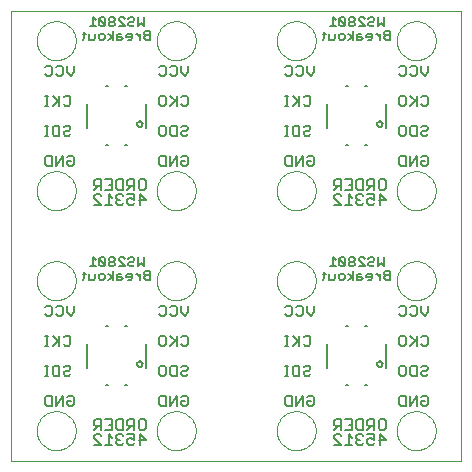
<source format=gbo>
G75*
G70*
%OFA0B0*%
%FSLAX24Y24*%
%IPPOS*%
%LPD*%
%AMOC8*
5,1,8,0,0,1.08239X$1,22.5*
%
%ADD10C,0.0000*%
%ADD11C,0.0060*%
%ADD12C,0.0050*%
D10*
X013838Y004001D02*
X020838Y004001D01*
X021338Y004001D01*
X021838Y004001D01*
X028838Y004001D01*
X028838Y011001D01*
X028838Y011501D01*
X028838Y012001D01*
X028838Y019001D01*
X021838Y019001D01*
X021338Y019001D01*
X020838Y019001D01*
X013838Y019001D01*
X013838Y012001D01*
X013838Y011501D01*
X013838Y011001D01*
X013838Y004001D01*
X014688Y005001D02*
X014690Y005051D01*
X014696Y005101D01*
X014706Y005151D01*
X014719Y005199D01*
X014736Y005247D01*
X014757Y005293D01*
X014781Y005337D01*
X014809Y005379D01*
X014840Y005419D01*
X014874Y005456D01*
X014911Y005491D01*
X014950Y005522D01*
X014991Y005551D01*
X015035Y005576D01*
X015081Y005598D01*
X015128Y005616D01*
X015176Y005630D01*
X015225Y005641D01*
X015275Y005648D01*
X015325Y005651D01*
X015376Y005650D01*
X015426Y005645D01*
X015476Y005636D01*
X015524Y005624D01*
X015572Y005607D01*
X015618Y005587D01*
X015663Y005564D01*
X015706Y005537D01*
X015746Y005507D01*
X015784Y005474D01*
X015819Y005438D01*
X015852Y005399D01*
X015881Y005358D01*
X015907Y005315D01*
X015930Y005270D01*
X015949Y005223D01*
X015964Y005175D01*
X015976Y005126D01*
X015984Y005076D01*
X015988Y005026D01*
X015988Y004976D01*
X015984Y004926D01*
X015976Y004876D01*
X015964Y004827D01*
X015949Y004779D01*
X015930Y004732D01*
X015907Y004687D01*
X015881Y004644D01*
X015852Y004603D01*
X015819Y004564D01*
X015784Y004528D01*
X015746Y004495D01*
X015706Y004465D01*
X015663Y004438D01*
X015618Y004415D01*
X015572Y004395D01*
X015524Y004378D01*
X015476Y004366D01*
X015426Y004357D01*
X015376Y004352D01*
X015325Y004351D01*
X015275Y004354D01*
X015225Y004361D01*
X015176Y004372D01*
X015128Y004386D01*
X015081Y004404D01*
X015035Y004426D01*
X014991Y004451D01*
X014950Y004480D01*
X014911Y004511D01*
X014874Y004546D01*
X014840Y004583D01*
X014809Y004623D01*
X014781Y004665D01*
X014757Y004709D01*
X014736Y004755D01*
X014719Y004803D01*
X014706Y004851D01*
X014696Y004901D01*
X014690Y004951D01*
X014688Y005001D01*
X018688Y005001D02*
X018690Y005051D01*
X018696Y005101D01*
X018706Y005151D01*
X018719Y005199D01*
X018736Y005247D01*
X018757Y005293D01*
X018781Y005337D01*
X018809Y005379D01*
X018840Y005419D01*
X018874Y005456D01*
X018911Y005491D01*
X018950Y005522D01*
X018991Y005551D01*
X019035Y005576D01*
X019081Y005598D01*
X019128Y005616D01*
X019176Y005630D01*
X019225Y005641D01*
X019275Y005648D01*
X019325Y005651D01*
X019376Y005650D01*
X019426Y005645D01*
X019476Y005636D01*
X019524Y005624D01*
X019572Y005607D01*
X019618Y005587D01*
X019663Y005564D01*
X019706Y005537D01*
X019746Y005507D01*
X019784Y005474D01*
X019819Y005438D01*
X019852Y005399D01*
X019881Y005358D01*
X019907Y005315D01*
X019930Y005270D01*
X019949Y005223D01*
X019964Y005175D01*
X019976Y005126D01*
X019984Y005076D01*
X019988Y005026D01*
X019988Y004976D01*
X019984Y004926D01*
X019976Y004876D01*
X019964Y004827D01*
X019949Y004779D01*
X019930Y004732D01*
X019907Y004687D01*
X019881Y004644D01*
X019852Y004603D01*
X019819Y004564D01*
X019784Y004528D01*
X019746Y004495D01*
X019706Y004465D01*
X019663Y004438D01*
X019618Y004415D01*
X019572Y004395D01*
X019524Y004378D01*
X019476Y004366D01*
X019426Y004357D01*
X019376Y004352D01*
X019325Y004351D01*
X019275Y004354D01*
X019225Y004361D01*
X019176Y004372D01*
X019128Y004386D01*
X019081Y004404D01*
X019035Y004426D01*
X018991Y004451D01*
X018950Y004480D01*
X018911Y004511D01*
X018874Y004546D01*
X018840Y004583D01*
X018809Y004623D01*
X018781Y004665D01*
X018757Y004709D01*
X018736Y004755D01*
X018719Y004803D01*
X018706Y004851D01*
X018696Y004901D01*
X018690Y004951D01*
X018688Y005001D01*
X022688Y005001D02*
X022690Y005051D01*
X022696Y005101D01*
X022706Y005151D01*
X022719Y005199D01*
X022736Y005247D01*
X022757Y005293D01*
X022781Y005337D01*
X022809Y005379D01*
X022840Y005419D01*
X022874Y005456D01*
X022911Y005491D01*
X022950Y005522D01*
X022991Y005551D01*
X023035Y005576D01*
X023081Y005598D01*
X023128Y005616D01*
X023176Y005630D01*
X023225Y005641D01*
X023275Y005648D01*
X023325Y005651D01*
X023376Y005650D01*
X023426Y005645D01*
X023476Y005636D01*
X023524Y005624D01*
X023572Y005607D01*
X023618Y005587D01*
X023663Y005564D01*
X023706Y005537D01*
X023746Y005507D01*
X023784Y005474D01*
X023819Y005438D01*
X023852Y005399D01*
X023881Y005358D01*
X023907Y005315D01*
X023930Y005270D01*
X023949Y005223D01*
X023964Y005175D01*
X023976Y005126D01*
X023984Y005076D01*
X023988Y005026D01*
X023988Y004976D01*
X023984Y004926D01*
X023976Y004876D01*
X023964Y004827D01*
X023949Y004779D01*
X023930Y004732D01*
X023907Y004687D01*
X023881Y004644D01*
X023852Y004603D01*
X023819Y004564D01*
X023784Y004528D01*
X023746Y004495D01*
X023706Y004465D01*
X023663Y004438D01*
X023618Y004415D01*
X023572Y004395D01*
X023524Y004378D01*
X023476Y004366D01*
X023426Y004357D01*
X023376Y004352D01*
X023325Y004351D01*
X023275Y004354D01*
X023225Y004361D01*
X023176Y004372D01*
X023128Y004386D01*
X023081Y004404D01*
X023035Y004426D01*
X022991Y004451D01*
X022950Y004480D01*
X022911Y004511D01*
X022874Y004546D01*
X022840Y004583D01*
X022809Y004623D01*
X022781Y004665D01*
X022757Y004709D01*
X022736Y004755D01*
X022719Y004803D01*
X022706Y004851D01*
X022696Y004901D01*
X022690Y004951D01*
X022688Y005001D01*
X026688Y005001D02*
X026690Y005051D01*
X026696Y005101D01*
X026706Y005151D01*
X026719Y005199D01*
X026736Y005247D01*
X026757Y005293D01*
X026781Y005337D01*
X026809Y005379D01*
X026840Y005419D01*
X026874Y005456D01*
X026911Y005491D01*
X026950Y005522D01*
X026991Y005551D01*
X027035Y005576D01*
X027081Y005598D01*
X027128Y005616D01*
X027176Y005630D01*
X027225Y005641D01*
X027275Y005648D01*
X027325Y005651D01*
X027376Y005650D01*
X027426Y005645D01*
X027476Y005636D01*
X027524Y005624D01*
X027572Y005607D01*
X027618Y005587D01*
X027663Y005564D01*
X027706Y005537D01*
X027746Y005507D01*
X027784Y005474D01*
X027819Y005438D01*
X027852Y005399D01*
X027881Y005358D01*
X027907Y005315D01*
X027930Y005270D01*
X027949Y005223D01*
X027964Y005175D01*
X027976Y005126D01*
X027984Y005076D01*
X027988Y005026D01*
X027988Y004976D01*
X027984Y004926D01*
X027976Y004876D01*
X027964Y004827D01*
X027949Y004779D01*
X027930Y004732D01*
X027907Y004687D01*
X027881Y004644D01*
X027852Y004603D01*
X027819Y004564D01*
X027784Y004528D01*
X027746Y004495D01*
X027706Y004465D01*
X027663Y004438D01*
X027618Y004415D01*
X027572Y004395D01*
X027524Y004378D01*
X027476Y004366D01*
X027426Y004357D01*
X027376Y004352D01*
X027325Y004351D01*
X027275Y004354D01*
X027225Y004361D01*
X027176Y004372D01*
X027128Y004386D01*
X027081Y004404D01*
X027035Y004426D01*
X026991Y004451D01*
X026950Y004480D01*
X026911Y004511D01*
X026874Y004546D01*
X026840Y004583D01*
X026809Y004623D01*
X026781Y004665D01*
X026757Y004709D01*
X026736Y004755D01*
X026719Y004803D01*
X026706Y004851D01*
X026696Y004901D01*
X026690Y004951D01*
X026688Y005001D01*
X026688Y010001D02*
X026690Y010051D01*
X026696Y010101D01*
X026706Y010151D01*
X026719Y010199D01*
X026736Y010247D01*
X026757Y010293D01*
X026781Y010337D01*
X026809Y010379D01*
X026840Y010419D01*
X026874Y010456D01*
X026911Y010491D01*
X026950Y010522D01*
X026991Y010551D01*
X027035Y010576D01*
X027081Y010598D01*
X027128Y010616D01*
X027176Y010630D01*
X027225Y010641D01*
X027275Y010648D01*
X027325Y010651D01*
X027376Y010650D01*
X027426Y010645D01*
X027476Y010636D01*
X027524Y010624D01*
X027572Y010607D01*
X027618Y010587D01*
X027663Y010564D01*
X027706Y010537D01*
X027746Y010507D01*
X027784Y010474D01*
X027819Y010438D01*
X027852Y010399D01*
X027881Y010358D01*
X027907Y010315D01*
X027930Y010270D01*
X027949Y010223D01*
X027964Y010175D01*
X027976Y010126D01*
X027984Y010076D01*
X027988Y010026D01*
X027988Y009976D01*
X027984Y009926D01*
X027976Y009876D01*
X027964Y009827D01*
X027949Y009779D01*
X027930Y009732D01*
X027907Y009687D01*
X027881Y009644D01*
X027852Y009603D01*
X027819Y009564D01*
X027784Y009528D01*
X027746Y009495D01*
X027706Y009465D01*
X027663Y009438D01*
X027618Y009415D01*
X027572Y009395D01*
X027524Y009378D01*
X027476Y009366D01*
X027426Y009357D01*
X027376Y009352D01*
X027325Y009351D01*
X027275Y009354D01*
X027225Y009361D01*
X027176Y009372D01*
X027128Y009386D01*
X027081Y009404D01*
X027035Y009426D01*
X026991Y009451D01*
X026950Y009480D01*
X026911Y009511D01*
X026874Y009546D01*
X026840Y009583D01*
X026809Y009623D01*
X026781Y009665D01*
X026757Y009709D01*
X026736Y009755D01*
X026719Y009803D01*
X026706Y009851D01*
X026696Y009901D01*
X026690Y009951D01*
X026688Y010001D01*
X022688Y010001D02*
X022690Y010051D01*
X022696Y010101D01*
X022706Y010151D01*
X022719Y010199D01*
X022736Y010247D01*
X022757Y010293D01*
X022781Y010337D01*
X022809Y010379D01*
X022840Y010419D01*
X022874Y010456D01*
X022911Y010491D01*
X022950Y010522D01*
X022991Y010551D01*
X023035Y010576D01*
X023081Y010598D01*
X023128Y010616D01*
X023176Y010630D01*
X023225Y010641D01*
X023275Y010648D01*
X023325Y010651D01*
X023376Y010650D01*
X023426Y010645D01*
X023476Y010636D01*
X023524Y010624D01*
X023572Y010607D01*
X023618Y010587D01*
X023663Y010564D01*
X023706Y010537D01*
X023746Y010507D01*
X023784Y010474D01*
X023819Y010438D01*
X023852Y010399D01*
X023881Y010358D01*
X023907Y010315D01*
X023930Y010270D01*
X023949Y010223D01*
X023964Y010175D01*
X023976Y010126D01*
X023984Y010076D01*
X023988Y010026D01*
X023988Y009976D01*
X023984Y009926D01*
X023976Y009876D01*
X023964Y009827D01*
X023949Y009779D01*
X023930Y009732D01*
X023907Y009687D01*
X023881Y009644D01*
X023852Y009603D01*
X023819Y009564D01*
X023784Y009528D01*
X023746Y009495D01*
X023706Y009465D01*
X023663Y009438D01*
X023618Y009415D01*
X023572Y009395D01*
X023524Y009378D01*
X023476Y009366D01*
X023426Y009357D01*
X023376Y009352D01*
X023325Y009351D01*
X023275Y009354D01*
X023225Y009361D01*
X023176Y009372D01*
X023128Y009386D01*
X023081Y009404D01*
X023035Y009426D01*
X022991Y009451D01*
X022950Y009480D01*
X022911Y009511D01*
X022874Y009546D01*
X022840Y009583D01*
X022809Y009623D01*
X022781Y009665D01*
X022757Y009709D01*
X022736Y009755D01*
X022719Y009803D01*
X022706Y009851D01*
X022696Y009901D01*
X022690Y009951D01*
X022688Y010001D01*
X018688Y010001D02*
X018690Y010051D01*
X018696Y010101D01*
X018706Y010151D01*
X018719Y010199D01*
X018736Y010247D01*
X018757Y010293D01*
X018781Y010337D01*
X018809Y010379D01*
X018840Y010419D01*
X018874Y010456D01*
X018911Y010491D01*
X018950Y010522D01*
X018991Y010551D01*
X019035Y010576D01*
X019081Y010598D01*
X019128Y010616D01*
X019176Y010630D01*
X019225Y010641D01*
X019275Y010648D01*
X019325Y010651D01*
X019376Y010650D01*
X019426Y010645D01*
X019476Y010636D01*
X019524Y010624D01*
X019572Y010607D01*
X019618Y010587D01*
X019663Y010564D01*
X019706Y010537D01*
X019746Y010507D01*
X019784Y010474D01*
X019819Y010438D01*
X019852Y010399D01*
X019881Y010358D01*
X019907Y010315D01*
X019930Y010270D01*
X019949Y010223D01*
X019964Y010175D01*
X019976Y010126D01*
X019984Y010076D01*
X019988Y010026D01*
X019988Y009976D01*
X019984Y009926D01*
X019976Y009876D01*
X019964Y009827D01*
X019949Y009779D01*
X019930Y009732D01*
X019907Y009687D01*
X019881Y009644D01*
X019852Y009603D01*
X019819Y009564D01*
X019784Y009528D01*
X019746Y009495D01*
X019706Y009465D01*
X019663Y009438D01*
X019618Y009415D01*
X019572Y009395D01*
X019524Y009378D01*
X019476Y009366D01*
X019426Y009357D01*
X019376Y009352D01*
X019325Y009351D01*
X019275Y009354D01*
X019225Y009361D01*
X019176Y009372D01*
X019128Y009386D01*
X019081Y009404D01*
X019035Y009426D01*
X018991Y009451D01*
X018950Y009480D01*
X018911Y009511D01*
X018874Y009546D01*
X018840Y009583D01*
X018809Y009623D01*
X018781Y009665D01*
X018757Y009709D01*
X018736Y009755D01*
X018719Y009803D01*
X018706Y009851D01*
X018696Y009901D01*
X018690Y009951D01*
X018688Y010001D01*
X014688Y010001D02*
X014690Y010051D01*
X014696Y010101D01*
X014706Y010151D01*
X014719Y010199D01*
X014736Y010247D01*
X014757Y010293D01*
X014781Y010337D01*
X014809Y010379D01*
X014840Y010419D01*
X014874Y010456D01*
X014911Y010491D01*
X014950Y010522D01*
X014991Y010551D01*
X015035Y010576D01*
X015081Y010598D01*
X015128Y010616D01*
X015176Y010630D01*
X015225Y010641D01*
X015275Y010648D01*
X015325Y010651D01*
X015376Y010650D01*
X015426Y010645D01*
X015476Y010636D01*
X015524Y010624D01*
X015572Y010607D01*
X015618Y010587D01*
X015663Y010564D01*
X015706Y010537D01*
X015746Y010507D01*
X015784Y010474D01*
X015819Y010438D01*
X015852Y010399D01*
X015881Y010358D01*
X015907Y010315D01*
X015930Y010270D01*
X015949Y010223D01*
X015964Y010175D01*
X015976Y010126D01*
X015984Y010076D01*
X015988Y010026D01*
X015988Y009976D01*
X015984Y009926D01*
X015976Y009876D01*
X015964Y009827D01*
X015949Y009779D01*
X015930Y009732D01*
X015907Y009687D01*
X015881Y009644D01*
X015852Y009603D01*
X015819Y009564D01*
X015784Y009528D01*
X015746Y009495D01*
X015706Y009465D01*
X015663Y009438D01*
X015618Y009415D01*
X015572Y009395D01*
X015524Y009378D01*
X015476Y009366D01*
X015426Y009357D01*
X015376Y009352D01*
X015325Y009351D01*
X015275Y009354D01*
X015225Y009361D01*
X015176Y009372D01*
X015128Y009386D01*
X015081Y009404D01*
X015035Y009426D01*
X014991Y009451D01*
X014950Y009480D01*
X014911Y009511D01*
X014874Y009546D01*
X014840Y009583D01*
X014809Y009623D01*
X014781Y009665D01*
X014757Y009709D01*
X014736Y009755D01*
X014719Y009803D01*
X014706Y009851D01*
X014696Y009901D01*
X014690Y009951D01*
X014688Y010001D01*
X014688Y013001D02*
X014690Y013051D01*
X014696Y013101D01*
X014706Y013151D01*
X014719Y013199D01*
X014736Y013247D01*
X014757Y013293D01*
X014781Y013337D01*
X014809Y013379D01*
X014840Y013419D01*
X014874Y013456D01*
X014911Y013491D01*
X014950Y013522D01*
X014991Y013551D01*
X015035Y013576D01*
X015081Y013598D01*
X015128Y013616D01*
X015176Y013630D01*
X015225Y013641D01*
X015275Y013648D01*
X015325Y013651D01*
X015376Y013650D01*
X015426Y013645D01*
X015476Y013636D01*
X015524Y013624D01*
X015572Y013607D01*
X015618Y013587D01*
X015663Y013564D01*
X015706Y013537D01*
X015746Y013507D01*
X015784Y013474D01*
X015819Y013438D01*
X015852Y013399D01*
X015881Y013358D01*
X015907Y013315D01*
X015930Y013270D01*
X015949Y013223D01*
X015964Y013175D01*
X015976Y013126D01*
X015984Y013076D01*
X015988Y013026D01*
X015988Y012976D01*
X015984Y012926D01*
X015976Y012876D01*
X015964Y012827D01*
X015949Y012779D01*
X015930Y012732D01*
X015907Y012687D01*
X015881Y012644D01*
X015852Y012603D01*
X015819Y012564D01*
X015784Y012528D01*
X015746Y012495D01*
X015706Y012465D01*
X015663Y012438D01*
X015618Y012415D01*
X015572Y012395D01*
X015524Y012378D01*
X015476Y012366D01*
X015426Y012357D01*
X015376Y012352D01*
X015325Y012351D01*
X015275Y012354D01*
X015225Y012361D01*
X015176Y012372D01*
X015128Y012386D01*
X015081Y012404D01*
X015035Y012426D01*
X014991Y012451D01*
X014950Y012480D01*
X014911Y012511D01*
X014874Y012546D01*
X014840Y012583D01*
X014809Y012623D01*
X014781Y012665D01*
X014757Y012709D01*
X014736Y012755D01*
X014719Y012803D01*
X014706Y012851D01*
X014696Y012901D01*
X014690Y012951D01*
X014688Y013001D01*
X018688Y013001D02*
X018690Y013051D01*
X018696Y013101D01*
X018706Y013151D01*
X018719Y013199D01*
X018736Y013247D01*
X018757Y013293D01*
X018781Y013337D01*
X018809Y013379D01*
X018840Y013419D01*
X018874Y013456D01*
X018911Y013491D01*
X018950Y013522D01*
X018991Y013551D01*
X019035Y013576D01*
X019081Y013598D01*
X019128Y013616D01*
X019176Y013630D01*
X019225Y013641D01*
X019275Y013648D01*
X019325Y013651D01*
X019376Y013650D01*
X019426Y013645D01*
X019476Y013636D01*
X019524Y013624D01*
X019572Y013607D01*
X019618Y013587D01*
X019663Y013564D01*
X019706Y013537D01*
X019746Y013507D01*
X019784Y013474D01*
X019819Y013438D01*
X019852Y013399D01*
X019881Y013358D01*
X019907Y013315D01*
X019930Y013270D01*
X019949Y013223D01*
X019964Y013175D01*
X019976Y013126D01*
X019984Y013076D01*
X019988Y013026D01*
X019988Y012976D01*
X019984Y012926D01*
X019976Y012876D01*
X019964Y012827D01*
X019949Y012779D01*
X019930Y012732D01*
X019907Y012687D01*
X019881Y012644D01*
X019852Y012603D01*
X019819Y012564D01*
X019784Y012528D01*
X019746Y012495D01*
X019706Y012465D01*
X019663Y012438D01*
X019618Y012415D01*
X019572Y012395D01*
X019524Y012378D01*
X019476Y012366D01*
X019426Y012357D01*
X019376Y012352D01*
X019325Y012351D01*
X019275Y012354D01*
X019225Y012361D01*
X019176Y012372D01*
X019128Y012386D01*
X019081Y012404D01*
X019035Y012426D01*
X018991Y012451D01*
X018950Y012480D01*
X018911Y012511D01*
X018874Y012546D01*
X018840Y012583D01*
X018809Y012623D01*
X018781Y012665D01*
X018757Y012709D01*
X018736Y012755D01*
X018719Y012803D01*
X018706Y012851D01*
X018696Y012901D01*
X018690Y012951D01*
X018688Y013001D01*
X022688Y013001D02*
X022690Y013051D01*
X022696Y013101D01*
X022706Y013151D01*
X022719Y013199D01*
X022736Y013247D01*
X022757Y013293D01*
X022781Y013337D01*
X022809Y013379D01*
X022840Y013419D01*
X022874Y013456D01*
X022911Y013491D01*
X022950Y013522D01*
X022991Y013551D01*
X023035Y013576D01*
X023081Y013598D01*
X023128Y013616D01*
X023176Y013630D01*
X023225Y013641D01*
X023275Y013648D01*
X023325Y013651D01*
X023376Y013650D01*
X023426Y013645D01*
X023476Y013636D01*
X023524Y013624D01*
X023572Y013607D01*
X023618Y013587D01*
X023663Y013564D01*
X023706Y013537D01*
X023746Y013507D01*
X023784Y013474D01*
X023819Y013438D01*
X023852Y013399D01*
X023881Y013358D01*
X023907Y013315D01*
X023930Y013270D01*
X023949Y013223D01*
X023964Y013175D01*
X023976Y013126D01*
X023984Y013076D01*
X023988Y013026D01*
X023988Y012976D01*
X023984Y012926D01*
X023976Y012876D01*
X023964Y012827D01*
X023949Y012779D01*
X023930Y012732D01*
X023907Y012687D01*
X023881Y012644D01*
X023852Y012603D01*
X023819Y012564D01*
X023784Y012528D01*
X023746Y012495D01*
X023706Y012465D01*
X023663Y012438D01*
X023618Y012415D01*
X023572Y012395D01*
X023524Y012378D01*
X023476Y012366D01*
X023426Y012357D01*
X023376Y012352D01*
X023325Y012351D01*
X023275Y012354D01*
X023225Y012361D01*
X023176Y012372D01*
X023128Y012386D01*
X023081Y012404D01*
X023035Y012426D01*
X022991Y012451D01*
X022950Y012480D01*
X022911Y012511D01*
X022874Y012546D01*
X022840Y012583D01*
X022809Y012623D01*
X022781Y012665D01*
X022757Y012709D01*
X022736Y012755D01*
X022719Y012803D01*
X022706Y012851D01*
X022696Y012901D01*
X022690Y012951D01*
X022688Y013001D01*
X026688Y013001D02*
X026690Y013051D01*
X026696Y013101D01*
X026706Y013151D01*
X026719Y013199D01*
X026736Y013247D01*
X026757Y013293D01*
X026781Y013337D01*
X026809Y013379D01*
X026840Y013419D01*
X026874Y013456D01*
X026911Y013491D01*
X026950Y013522D01*
X026991Y013551D01*
X027035Y013576D01*
X027081Y013598D01*
X027128Y013616D01*
X027176Y013630D01*
X027225Y013641D01*
X027275Y013648D01*
X027325Y013651D01*
X027376Y013650D01*
X027426Y013645D01*
X027476Y013636D01*
X027524Y013624D01*
X027572Y013607D01*
X027618Y013587D01*
X027663Y013564D01*
X027706Y013537D01*
X027746Y013507D01*
X027784Y013474D01*
X027819Y013438D01*
X027852Y013399D01*
X027881Y013358D01*
X027907Y013315D01*
X027930Y013270D01*
X027949Y013223D01*
X027964Y013175D01*
X027976Y013126D01*
X027984Y013076D01*
X027988Y013026D01*
X027988Y012976D01*
X027984Y012926D01*
X027976Y012876D01*
X027964Y012827D01*
X027949Y012779D01*
X027930Y012732D01*
X027907Y012687D01*
X027881Y012644D01*
X027852Y012603D01*
X027819Y012564D01*
X027784Y012528D01*
X027746Y012495D01*
X027706Y012465D01*
X027663Y012438D01*
X027618Y012415D01*
X027572Y012395D01*
X027524Y012378D01*
X027476Y012366D01*
X027426Y012357D01*
X027376Y012352D01*
X027325Y012351D01*
X027275Y012354D01*
X027225Y012361D01*
X027176Y012372D01*
X027128Y012386D01*
X027081Y012404D01*
X027035Y012426D01*
X026991Y012451D01*
X026950Y012480D01*
X026911Y012511D01*
X026874Y012546D01*
X026840Y012583D01*
X026809Y012623D01*
X026781Y012665D01*
X026757Y012709D01*
X026736Y012755D01*
X026719Y012803D01*
X026706Y012851D01*
X026696Y012901D01*
X026690Y012951D01*
X026688Y013001D01*
X026688Y018001D02*
X026690Y018051D01*
X026696Y018101D01*
X026706Y018151D01*
X026719Y018199D01*
X026736Y018247D01*
X026757Y018293D01*
X026781Y018337D01*
X026809Y018379D01*
X026840Y018419D01*
X026874Y018456D01*
X026911Y018491D01*
X026950Y018522D01*
X026991Y018551D01*
X027035Y018576D01*
X027081Y018598D01*
X027128Y018616D01*
X027176Y018630D01*
X027225Y018641D01*
X027275Y018648D01*
X027325Y018651D01*
X027376Y018650D01*
X027426Y018645D01*
X027476Y018636D01*
X027524Y018624D01*
X027572Y018607D01*
X027618Y018587D01*
X027663Y018564D01*
X027706Y018537D01*
X027746Y018507D01*
X027784Y018474D01*
X027819Y018438D01*
X027852Y018399D01*
X027881Y018358D01*
X027907Y018315D01*
X027930Y018270D01*
X027949Y018223D01*
X027964Y018175D01*
X027976Y018126D01*
X027984Y018076D01*
X027988Y018026D01*
X027988Y017976D01*
X027984Y017926D01*
X027976Y017876D01*
X027964Y017827D01*
X027949Y017779D01*
X027930Y017732D01*
X027907Y017687D01*
X027881Y017644D01*
X027852Y017603D01*
X027819Y017564D01*
X027784Y017528D01*
X027746Y017495D01*
X027706Y017465D01*
X027663Y017438D01*
X027618Y017415D01*
X027572Y017395D01*
X027524Y017378D01*
X027476Y017366D01*
X027426Y017357D01*
X027376Y017352D01*
X027325Y017351D01*
X027275Y017354D01*
X027225Y017361D01*
X027176Y017372D01*
X027128Y017386D01*
X027081Y017404D01*
X027035Y017426D01*
X026991Y017451D01*
X026950Y017480D01*
X026911Y017511D01*
X026874Y017546D01*
X026840Y017583D01*
X026809Y017623D01*
X026781Y017665D01*
X026757Y017709D01*
X026736Y017755D01*
X026719Y017803D01*
X026706Y017851D01*
X026696Y017901D01*
X026690Y017951D01*
X026688Y018001D01*
X022688Y018001D02*
X022690Y018051D01*
X022696Y018101D01*
X022706Y018151D01*
X022719Y018199D01*
X022736Y018247D01*
X022757Y018293D01*
X022781Y018337D01*
X022809Y018379D01*
X022840Y018419D01*
X022874Y018456D01*
X022911Y018491D01*
X022950Y018522D01*
X022991Y018551D01*
X023035Y018576D01*
X023081Y018598D01*
X023128Y018616D01*
X023176Y018630D01*
X023225Y018641D01*
X023275Y018648D01*
X023325Y018651D01*
X023376Y018650D01*
X023426Y018645D01*
X023476Y018636D01*
X023524Y018624D01*
X023572Y018607D01*
X023618Y018587D01*
X023663Y018564D01*
X023706Y018537D01*
X023746Y018507D01*
X023784Y018474D01*
X023819Y018438D01*
X023852Y018399D01*
X023881Y018358D01*
X023907Y018315D01*
X023930Y018270D01*
X023949Y018223D01*
X023964Y018175D01*
X023976Y018126D01*
X023984Y018076D01*
X023988Y018026D01*
X023988Y017976D01*
X023984Y017926D01*
X023976Y017876D01*
X023964Y017827D01*
X023949Y017779D01*
X023930Y017732D01*
X023907Y017687D01*
X023881Y017644D01*
X023852Y017603D01*
X023819Y017564D01*
X023784Y017528D01*
X023746Y017495D01*
X023706Y017465D01*
X023663Y017438D01*
X023618Y017415D01*
X023572Y017395D01*
X023524Y017378D01*
X023476Y017366D01*
X023426Y017357D01*
X023376Y017352D01*
X023325Y017351D01*
X023275Y017354D01*
X023225Y017361D01*
X023176Y017372D01*
X023128Y017386D01*
X023081Y017404D01*
X023035Y017426D01*
X022991Y017451D01*
X022950Y017480D01*
X022911Y017511D01*
X022874Y017546D01*
X022840Y017583D01*
X022809Y017623D01*
X022781Y017665D01*
X022757Y017709D01*
X022736Y017755D01*
X022719Y017803D01*
X022706Y017851D01*
X022696Y017901D01*
X022690Y017951D01*
X022688Y018001D01*
X018688Y018001D02*
X018690Y018051D01*
X018696Y018101D01*
X018706Y018151D01*
X018719Y018199D01*
X018736Y018247D01*
X018757Y018293D01*
X018781Y018337D01*
X018809Y018379D01*
X018840Y018419D01*
X018874Y018456D01*
X018911Y018491D01*
X018950Y018522D01*
X018991Y018551D01*
X019035Y018576D01*
X019081Y018598D01*
X019128Y018616D01*
X019176Y018630D01*
X019225Y018641D01*
X019275Y018648D01*
X019325Y018651D01*
X019376Y018650D01*
X019426Y018645D01*
X019476Y018636D01*
X019524Y018624D01*
X019572Y018607D01*
X019618Y018587D01*
X019663Y018564D01*
X019706Y018537D01*
X019746Y018507D01*
X019784Y018474D01*
X019819Y018438D01*
X019852Y018399D01*
X019881Y018358D01*
X019907Y018315D01*
X019930Y018270D01*
X019949Y018223D01*
X019964Y018175D01*
X019976Y018126D01*
X019984Y018076D01*
X019988Y018026D01*
X019988Y017976D01*
X019984Y017926D01*
X019976Y017876D01*
X019964Y017827D01*
X019949Y017779D01*
X019930Y017732D01*
X019907Y017687D01*
X019881Y017644D01*
X019852Y017603D01*
X019819Y017564D01*
X019784Y017528D01*
X019746Y017495D01*
X019706Y017465D01*
X019663Y017438D01*
X019618Y017415D01*
X019572Y017395D01*
X019524Y017378D01*
X019476Y017366D01*
X019426Y017357D01*
X019376Y017352D01*
X019325Y017351D01*
X019275Y017354D01*
X019225Y017361D01*
X019176Y017372D01*
X019128Y017386D01*
X019081Y017404D01*
X019035Y017426D01*
X018991Y017451D01*
X018950Y017480D01*
X018911Y017511D01*
X018874Y017546D01*
X018840Y017583D01*
X018809Y017623D01*
X018781Y017665D01*
X018757Y017709D01*
X018736Y017755D01*
X018719Y017803D01*
X018706Y017851D01*
X018696Y017901D01*
X018690Y017951D01*
X018688Y018001D01*
X014688Y018001D02*
X014690Y018051D01*
X014696Y018101D01*
X014706Y018151D01*
X014719Y018199D01*
X014736Y018247D01*
X014757Y018293D01*
X014781Y018337D01*
X014809Y018379D01*
X014840Y018419D01*
X014874Y018456D01*
X014911Y018491D01*
X014950Y018522D01*
X014991Y018551D01*
X015035Y018576D01*
X015081Y018598D01*
X015128Y018616D01*
X015176Y018630D01*
X015225Y018641D01*
X015275Y018648D01*
X015325Y018651D01*
X015376Y018650D01*
X015426Y018645D01*
X015476Y018636D01*
X015524Y018624D01*
X015572Y018607D01*
X015618Y018587D01*
X015663Y018564D01*
X015706Y018537D01*
X015746Y018507D01*
X015784Y018474D01*
X015819Y018438D01*
X015852Y018399D01*
X015881Y018358D01*
X015907Y018315D01*
X015930Y018270D01*
X015949Y018223D01*
X015964Y018175D01*
X015976Y018126D01*
X015984Y018076D01*
X015988Y018026D01*
X015988Y017976D01*
X015984Y017926D01*
X015976Y017876D01*
X015964Y017827D01*
X015949Y017779D01*
X015930Y017732D01*
X015907Y017687D01*
X015881Y017644D01*
X015852Y017603D01*
X015819Y017564D01*
X015784Y017528D01*
X015746Y017495D01*
X015706Y017465D01*
X015663Y017438D01*
X015618Y017415D01*
X015572Y017395D01*
X015524Y017378D01*
X015476Y017366D01*
X015426Y017357D01*
X015376Y017352D01*
X015325Y017351D01*
X015275Y017354D01*
X015225Y017361D01*
X015176Y017372D01*
X015128Y017386D01*
X015081Y017404D01*
X015035Y017426D01*
X014991Y017451D01*
X014950Y017480D01*
X014911Y017511D01*
X014874Y017546D01*
X014840Y017583D01*
X014809Y017623D01*
X014781Y017665D01*
X014757Y017709D01*
X014736Y017755D01*
X014719Y017803D01*
X014706Y017851D01*
X014696Y017901D01*
X014690Y017951D01*
X014688Y018001D01*
D11*
X015026Y017172D02*
X015140Y017172D01*
X015196Y017115D01*
X015196Y016888D01*
X015140Y016831D01*
X015026Y016831D01*
X014970Y016888D01*
X014970Y017115D02*
X015026Y017172D01*
X015338Y017115D02*
X015395Y017172D01*
X015508Y017172D01*
X015565Y017115D01*
X015565Y016888D01*
X015508Y016831D01*
X015395Y016831D01*
X015338Y016888D01*
X015706Y016945D02*
X015706Y017172D01*
X015933Y017172D02*
X015933Y016945D01*
X015820Y016831D01*
X015706Y016945D01*
X015754Y016172D02*
X015810Y016115D01*
X015810Y015888D01*
X015754Y015831D01*
X015640Y015831D01*
X015583Y015888D01*
X015442Y015831D02*
X015442Y016172D01*
X015583Y016115D02*
X015640Y016172D01*
X015754Y016172D01*
X015442Y015945D02*
X015215Y016172D01*
X015074Y016172D02*
X014960Y016172D01*
X015017Y016172D02*
X015017Y015831D01*
X015074Y015831D02*
X014960Y015831D01*
X015215Y015831D02*
X015385Y016001D01*
X015442Y015172D02*
X015272Y015172D01*
X015215Y015115D01*
X015215Y014888D01*
X015272Y014831D01*
X015442Y014831D01*
X015442Y015172D01*
X015583Y015115D02*
X015640Y015172D01*
X015754Y015172D01*
X015810Y015115D01*
X015810Y015058D01*
X015754Y015001D01*
X015640Y015001D01*
X015583Y014945D01*
X015583Y014888D01*
X015640Y014831D01*
X015754Y014831D01*
X015810Y014888D01*
X015074Y014831D02*
X014960Y014831D01*
X015017Y014831D02*
X015017Y015172D01*
X015074Y015172D02*
X014960Y015172D01*
X015026Y014172D02*
X015196Y014172D01*
X015196Y013831D01*
X015026Y013831D01*
X014970Y013888D01*
X014970Y014115D01*
X015026Y014172D01*
X015338Y014172D02*
X015338Y013831D01*
X015565Y014172D01*
X015565Y013831D01*
X015706Y013888D02*
X015706Y014001D01*
X015820Y014001D01*
X015933Y013888D02*
X015876Y013831D01*
X015763Y013831D01*
X015706Y013888D01*
X015933Y013888D02*
X015933Y014115D01*
X015876Y014172D01*
X015763Y014172D01*
X015706Y014115D01*
X018765Y014115D02*
X018765Y013888D01*
X018821Y013831D01*
X018991Y013831D01*
X018991Y014172D01*
X018821Y014172D01*
X018765Y014115D01*
X019133Y014172D02*
X019133Y013831D01*
X019360Y014172D01*
X019360Y013831D01*
X019501Y013888D02*
X019501Y014001D01*
X019615Y014001D01*
X019728Y013888D02*
X019671Y013831D01*
X019558Y013831D01*
X019501Y013888D01*
X019728Y013888D02*
X019728Y014115D01*
X019671Y014172D01*
X019558Y014172D01*
X019501Y014115D01*
X019558Y014831D02*
X019671Y014831D01*
X019728Y014888D01*
X019671Y015001D02*
X019558Y015001D01*
X019501Y014945D01*
X019501Y014888D01*
X019558Y014831D01*
X019360Y014831D02*
X019190Y014831D01*
X019133Y014888D01*
X019133Y015115D01*
X019190Y015172D01*
X019360Y015172D01*
X019360Y014831D01*
X019671Y015001D02*
X019728Y015058D01*
X019728Y015115D01*
X019671Y015172D01*
X019558Y015172D01*
X019501Y015115D01*
X018991Y015115D02*
X018991Y014888D01*
X018935Y014831D01*
X018821Y014831D01*
X018765Y014888D01*
X018765Y015115D01*
X018821Y015172D01*
X018935Y015172D01*
X018991Y015115D01*
X018935Y015831D02*
X018821Y015831D01*
X018765Y015888D01*
X018765Y016115D01*
X018821Y016172D01*
X018935Y016172D01*
X018991Y016115D01*
X018991Y015888D01*
X018935Y015831D01*
X019133Y015831D02*
X019303Y016001D01*
X019360Y015945D02*
X019133Y016172D01*
X019360Y016172D02*
X019360Y015831D01*
X019501Y015888D02*
X019558Y015831D01*
X019671Y015831D01*
X019728Y015888D01*
X019728Y016115D01*
X019671Y016172D01*
X019558Y016172D01*
X019501Y016115D01*
X019615Y016831D02*
X019501Y016945D01*
X019501Y017172D01*
X019360Y017115D02*
X019360Y016888D01*
X019303Y016831D01*
X019190Y016831D01*
X019133Y016888D01*
X018991Y016888D02*
X018935Y016831D01*
X018821Y016831D01*
X018765Y016888D01*
X018991Y016888D02*
X018991Y017115D01*
X018935Y017172D01*
X018821Y017172D01*
X018765Y017115D01*
X019133Y017115D02*
X019190Y017172D01*
X019303Y017172D01*
X019360Y017115D01*
X019728Y017172D02*
X019728Y016945D01*
X019615Y016831D01*
X022970Y016888D02*
X023026Y016831D01*
X023140Y016831D01*
X023196Y016888D01*
X023196Y017115D01*
X023140Y017172D01*
X023026Y017172D01*
X022970Y017115D01*
X023338Y017115D02*
X023395Y017172D01*
X023508Y017172D01*
X023565Y017115D01*
X023565Y016888D01*
X023508Y016831D01*
X023395Y016831D01*
X023338Y016888D01*
X023706Y016945D02*
X023706Y017172D01*
X023933Y017172D02*
X023933Y016945D01*
X023820Y016831D01*
X023706Y016945D01*
X023754Y016172D02*
X023640Y016172D01*
X023583Y016115D01*
X023442Y016172D02*
X023442Y015831D01*
X023442Y015945D02*
X023215Y016172D01*
X023074Y016172D02*
X022960Y016172D01*
X023017Y016172D02*
X023017Y015831D01*
X023074Y015831D02*
X022960Y015831D01*
X023215Y015831D02*
X023385Y016001D01*
X023583Y015888D02*
X023640Y015831D01*
X023754Y015831D01*
X023810Y015888D01*
X023810Y016115D01*
X023754Y016172D01*
X023754Y015172D02*
X023640Y015172D01*
X023583Y015115D01*
X023640Y015001D02*
X023583Y014945D01*
X023583Y014888D01*
X023640Y014831D01*
X023754Y014831D01*
X023810Y014888D01*
X023754Y015001D02*
X023640Y015001D01*
X023754Y015001D02*
X023810Y015058D01*
X023810Y015115D01*
X023754Y015172D01*
X023442Y015172D02*
X023272Y015172D01*
X023215Y015115D01*
X023215Y014888D01*
X023272Y014831D01*
X023442Y014831D01*
X023442Y015172D01*
X023074Y015172D02*
X022960Y015172D01*
X023017Y015172D02*
X023017Y014831D01*
X023074Y014831D02*
X022960Y014831D01*
X023026Y014172D02*
X023196Y014172D01*
X023196Y013831D01*
X023026Y013831D01*
X022970Y013888D01*
X022970Y014115D01*
X023026Y014172D01*
X023338Y014172D02*
X023338Y013831D01*
X023565Y014172D01*
X023565Y013831D01*
X023706Y013888D02*
X023706Y014001D01*
X023820Y014001D01*
X023933Y013888D02*
X023876Y013831D01*
X023763Y013831D01*
X023706Y013888D01*
X023933Y013888D02*
X023933Y014115D01*
X023876Y014172D01*
X023763Y014172D01*
X023706Y014115D01*
X026765Y014115D02*
X026765Y013888D01*
X026821Y013831D01*
X026991Y013831D01*
X026991Y014172D01*
X026821Y014172D01*
X026765Y014115D01*
X027133Y014172D02*
X027133Y013831D01*
X027360Y014172D01*
X027360Y013831D01*
X027501Y013888D02*
X027501Y014001D01*
X027615Y014001D01*
X027728Y013888D02*
X027671Y013831D01*
X027558Y013831D01*
X027501Y013888D01*
X027728Y013888D02*
X027728Y014115D01*
X027671Y014172D01*
X027558Y014172D01*
X027501Y014115D01*
X027558Y014831D02*
X027671Y014831D01*
X027728Y014888D01*
X027671Y015001D02*
X027558Y015001D01*
X027501Y014945D01*
X027501Y014888D01*
X027558Y014831D01*
X027360Y014831D02*
X027190Y014831D01*
X027133Y014888D01*
X027133Y015115D01*
X027190Y015172D01*
X027360Y015172D01*
X027360Y014831D01*
X027671Y015001D02*
X027728Y015058D01*
X027728Y015115D01*
X027671Y015172D01*
X027558Y015172D01*
X027501Y015115D01*
X026991Y015115D02*
X026991Y014888D01*
X026935Y014831D01*
X026821Y014831D01*
X026765Y014888D01*
X026765Y015115D01*
X026821Y015172D01*
X026935Y015172D01*
X026991Y015115D01*
X026935Y015831D02*
X026821Y015831D01*
X026765Y015888D01*
X026765Y016115D01*
X026821Y016172D01*
X026935Y016172D01*
X026991Y016115D01*
X026991Y015888D01*
X026935Y015831D01*
X027133Y015831D02*
X027303Y016001D01*
X027360Y015945D02*
X027133Y016172D01*
X027360Y016172D02*
X027360Y015831D01*
X027501Y015888D02*
X027558Y015831D01*
X027671Y015831D01*
X027728Y015888D01*
X027728Y016115D01*
X027671Y016172D01*
X027558Y016172D01*
X027501Y016115D01*
X027615Y016831D02*
X027501Y016945D01*
X027501Y017172D01*
X027360Y017115D02*
X027360Y016888D01*
X027303Y016831D01*
X027190Y016831D01*
X027133Y016888D01*
X026991Y016888D02*
X026991Y017115D01*
X026935Y017172D01*
X026821Y017172D01*
X026765Y017115D01*
X026765Y016888D02*
X026821Y016831D01*
X026935Y016831D01*
X026991Y016888D01*
X027133Y017115D02*
X027190Y017172D01*
X027303Y017172D01*
X027360Y017115D01*
X027728Y017172D02*
X027728Y016945D01*
X027615Y016831D01*
X027501Y009172D02*
X027501Y008945D01*
X027615Y008831D01*
X027728Y008945D01*
X027728Y009172D01*
X027360Y009115D02*
X027360Y008888D01*
X027303Y008831D01*
X027190Y008831D01*
X027133Y008888D01*
X026991Y008888D02*
X026935Y008831D01*
X026821Y008831D01*
X026765Y008888D01*
X026991Y008888D02*
X026991Y009115D01*
X026935Y009172D01*
X026821Y009172D01*
X026765Y009115D01*
X027133Y009115D02*
X027190Y009172D01*
X027303Y009172D01*
X027360Y009115D01*
X027360Y008172D02*
X027360Y007831D01*
X027360Y007945D02*
X027133Y008172D01*
X026991Y008115D02*
X026991Y007888D01*
X026935Y007831D01*
X026821Y007831D01*
X026765Y007888D01*
X026765Y008115D01*
X026821Y008172D01*
X026935Y008172D01*
X026991Y008115D01*
X027133Y007831D02*
X027303Y008001D01*
X027501Y007888D02*
X027558Y007831D01*
X027671Y007831D01*
X027728Y007888D01*
X027728Y008115D01*
X027671Y008172D01*
X027558Y008172D01*
X027501Y008115D01*
X027558Y007172D02*
X027671Y007172D01*
X027728Y007115D01*
X027728Y007058D01*
X027671Y007001D01*
X027558Y007001D01*
X027501Y006945D01*
X027501Y006888D01*
X027558Y006831D01*
X027671Y006831D01*
X027728Y006888D01*
X027501Y007115D02*
X027558Y007172D01*
X027360Y007172D02*
X027190Y007172D01*
X027133Y007115D01*
X027133Y006888D01*
X027190Y006831D01*
X027360Y006831D01*
X027360Y007172D01*
X026991Y007115D02*
X026991Y006888D01*
X026935Y006831D01*
X026821Y006831D01*
X026765Y006888D01*
X026765Y007115D01*
X026821Y007172D01*
X026935Y007172D01*
X026991Y007115D01*
X026991Y006172D02*
X026821Y006172D01*
X026765Y006115D01*
X026765Y005888D01*
X026821Y005831D01*
X026991Y005831D01*
X026991Y006172D01*
X027133Y006172D02*
X027133Y005831D01*
X027360Y006172D01*
X027360Y005831D01*
X027501Y005888D02*
X027501Y006001D01*
X027615Y006001D01*
X027728Y005888D02*
X027728Y006115D01*
X027671Y006172D01*
X027558Y006172D01*
X027501Y006115D01*
X027501Y005888D02*
X027558Y005831D01*
X027671Y005831D01*
X027728Y005888D01*
X023933Y005888D02*
X023876Y005831D01*
X023763Y005831D01*
X023706Y005888D01*
X023706Y006001D01*
X023820Y006001D01*
X023933Y005888D02*
X023933Y006115D01*
X023876Y006172D01*
X023763Y006172D01*
X023706Y006115D01*
X023565Y006172D02*
X023338Y005831D01*
X023338Y006172D01*
X023196Y006172D02*
X023196Y005831D01*
X023026Y005831D01*
X022970Y005888D01*
X022970Y006115D01*
X023026Y006172D01*
X023196Y006172D01*
X023565Y006172D02*
X023565Y005831D01*
X023640Y006831D02*
X023754Y006831D01*
X023810Y006888D01*
X023754Y007001D02*
X023640Y007001D01*
X023583Y006945D01*
X023583Y006888D01*
X023640Y006831D01*
X023442Y006831D02*
X023272Y006831D01*
X023215Y006888D01*
X023215Y007115D01*
X023272Y007172D01*
X023442Y007172D01*
X023442Y006831D01*
X023583Y007115D02*
X023640Y007172D01*
X023754Y007172D01*
X023810Y007115D01*
X023810Y007058D01*
X023754Y007001D01*
X023074Y006831D02*
X022960Y006831D01*
X023017Y006831D02*
X023017Y007172D01*
X023074Y007172D02*
X022960Y007172D01*
X022960Y007831D02*
X023074Y007831D01*
X023017Y007831D02*
X023017Y008172D01*
X023074Y008172D02*
X022960Y008172D01*
X023215Y008172D02*
X023442Y007945D01*
X023385Y008001D02*
X023215Y007831D01*
X023442Y007831D02*
X023442Y008172D01*
X023583Y008115D02*
X023640Y008172D01*
X023754Y008172D01*
X023810Y008115D01*
X023810Y007888D01*
X023754Y007831D01*
X023640Y007831D01*
X023583Y007888D01*
X023508Y008831D02*
X023395Y008831D01*
X023338Y008888D01*
X023196Y008888D02*
X023140Y008831D01*
X023026Y008831D01*
X022970Y008888D01*
X023196Y008888D02*
X023196Y009115D01*
X023140Y009172D01*
X023026Y009172D01*
X022970Y009115D01*
X023338Y009115D02*
X023395Y009172D01*
X023508Y009172D01*
X023565Y009115D01*
X023565Y008888D01*
X023508Y008831D01*
X023706Y008945D02*
X023706Y009172D01*
X023933Y009172D02*
X023933Y008945D01*
X023820Y008831D01*
X023706Y008945D01*
X019728Y008945D02*
X019615Y008831D01*
X019501Y008945D01*
X019501Y009172D01*
X019360Y009115D02*
X019360Y008888D01*
X019303Y008831D01*
X019190Y008831D01*
X019133Y008888D01*
X018991Y008888D02*
X018935Y008831D01*
X018821Y008831D01*
X018765Y008888D01*
X018991Y008888D02*
X018991Y009115D01*
X018935Y009172D01*
X018821Y009172D01*
X018765Y009115D01*
X019133Y009115D02*
X019190Y009172D01*
X019303Y009172D01*
X019360Y009115D01*
X019728Y009172D02*
X019728Y008945D01*
X019671Y008172D02*
X019728Y008115D01*
X019728Y007888D01*
X019671Y007831D01*
X019558Y007831D01*
X019501Y007888D01*
X019360Y007831D02*
X019360Y008172D01*
X019501Y008115D02*
X019558Y008172D01*
X019671Y008172D01*
X019360Y007945D02*
X019133Y008172D01*
X018991Y008115D02*
X018991Y007888D01*
X018935Y007831D01*
X018821Y007831D01*
X018765Y007888D01*
X018765Y008115D01*
X018821Y008172D01*
X018935Y008172D01*
X018991Y008115D01*
X019133Y007831D02*
X019303Y008001D01*
X019360Y007172D02*
X019190Y007172D01*
X019133Y007115D01*
X019133Y006888D01*
X019190Y006831D01*
X019360Y006831D01*
X019360Y007172D01*
X019501Y007115D02*
X019558Y007172D01*
X019671Y007172D01*
X019728Y007115D01*
X019728Y007058D01*
X019671Y007001D01*
X019558Y007001D01*
X019501Y006945D01*
X019501Y006888D01*
X019558Y006831D01*
X019671Y006831D01*
X019728Y006888D01*
X018991Y006888D02*
X018991Y007115D01*
X018935Y007172D01*
X018821Y007172D01*
X018765Y007115D01*
X018765Y006888D01*
X018821Y006831D01*
X018935Y006831D01*
X018991Y006888D01*
X018991Y006172D02*
X018821Y006172D01*
X018765Y006115D01*
X018765Y005888D01*
X018821Y005831D01*
X018991Y005831D01*
X018991Y006172D01*
X019133Y006172D02*
X019133Y005831D01*
X019360Y006172D01*
X019360Y005831D01*
X019501Y005888D02*
X019501Y006001D01*
X019615Y006001D01*
X019728Y005888D02*
X019728Y006115D01*
X019671Y006172D01*
X019558Y006172D01*
X019501Y006115D01*
X019501Y005888D02*
X019558Y005831D01*
X019671Y005831D01*
X019728Y005888D01*
X015933Y005888D02*
X015876Y005831D01*
X015763Y005831D01*
X015706Y005888D01*
X015706Y006001D01*
X015820Y006001D01*
X015933Y005888D02*
X015933Y006115D01*
X015876Y006172D01*
X015763Y006172D01*
X015706Y006115D01*
X015565Y006172D02*
X015338Y005831D01*
X015338Y006172D01*
X015196Y006172D02*
X015026Y006172D01*
X014970Y006115D01*
X014970Y005888D01*
X015026Y005831D01*
X015196Y005831D01*
X015196Y006172D01*
X015565Y006172D02*
X015565Y005831D01*
X015640Y006831D02*
X015754Y006831D01*
X015810Y006888D01*
X015754Y007001D02*
X015640Y007001D01*
X015583Y006945D01*
X015583Y006888D01*
X015640Y006831D01*
X015442Y006831D02*
X015272Y006831D01*
X015215Y006888D01*
X015215Y007115D01*
X015272Y007172D01*
X015442Y007172D01*
X015442Y006831D01*
X015583Y007115D02*
X015640Y007172D01*
X015754Y007172D01*
X015810Y007115D01*
X015810Y007058D01*
X015754Y007001D01*
X015074Y006831D02*
X014960Y006831D01*
X015017Y006831D02*
X015017Y007172D01*
X015074Y007172D02*
X014960Y007172D01*
X014960Y007831D02*
X015074Y007831D01*
X015017Y007831D02*
X015017Y008172D01*
X015074Y008172D02*
X014960Y008172D01*
X015215Y008172D02*
X015442Y007945D01*
X015385Y008001D02*
X015215Y007831D01*
X015442Y007831D02*
X015442Y008172D01*
X015583Y008115D02*
X015640Y008172D01*
X015754Y008172D01*
X015810Y008115D01*
X015810Y007888D01*
X015754Y007831D01*
X015640Y007831D01*
X015583Y007888D01*
X015508Y008831D02*
X015395Y008831D01*
X015338Y008888D01*
X015196Y008888D02*
X015140Y008831D01*
X015026Y008831D01*
X014970Y008888D01*
X015196Y008888D02*
X015196Y009115D01*
X015140Y009172D01*
X015026Y009172D01*
X014970Y009115D01*
X015338Y009115D02*
X015395Y009172D01*
X015508Y009172D01*
X015565Y009115D01*
X015565Y008888D01*
X015508Y008831D01*
X015706Y008945D02*
X015820Y008831D01*
X015933Y008945D01*
X015933Y009172D01*
X015706Y009172D02*
X015706Y008945D01*
D12*
X016984Y008486D02*
X017063Y008486D01*
X017614Y008486D02*
X017692Y008486D01*
X018322Y007895D02*
X018322Y007108D01*
X018038Y007226D02*
X018040Y007244D01*
X018046Y007262D01*
X018055Y007278D01*
X018067Y007291D01*
X018082Y007302D01*
X018099Y007310D01*
X018117Y007314D01*
X018135Y007314D01*
X018153Y007310D01*
X018170Y007302D01*
X018185Y007291D01*
X018197Y007278D01*
X018206Y007262D01*
X018212Y007244D01*
X018214Y007226D01*
X018212Y007208D01*
X018206Y007190D01*
X018197Y007174D01*
X018185Y007161D01*
X018170Y007150D01*
X018153Y007142D01*
X018135Y007138D01*
X018117Y007138D01*
X018099Y007142D01*
X018082Y007150D01*
X018067Y007161D01*
X018055Y007174D01*
X018046Y007190D01*
X018040Y007208D01*
X018038Y007226D01*
X016354Y007108D02*
X016354Y007895D01*
X016984Y006517D02*
X017063Y006517D01*
X017614Y006517D02*
X017692Y006517D01*
X017770Y005377D02*
X017711Y005318D01*
X017711Y005201D01*
X017770Y005143D01*
X017945Y005143D01*
X017945Y005026D02*
X017945Y005377D01*
X017770Y005377D01*
X017576Y005377D02*
X017576Y005026D01*
X017401Y005026D01*
X017343Y005085D01*
X017343Y005318D01*
X017401Y005377D01*
X017576Y005377D01*
X017828Y005143D02*
X017711Y005026D01*
X017711Y004877D02*
X017945Y004877D01*
X017945Y004701D01*
X017828Y004760D01*
X017770Y004760D01*
X017711Y004701D01*
X017711Y004585D01*
X017770Y004526D01*
X017886Y004526D01*
X017945Y004585D01*
X018080Y004701D02*
X018313Y004701D01*
X018138Y004877D01*
X018138Y004526D01*
X017576Y004585D02*
X017518Y004526D01*
X017401Y004526D01*
X017343Y004585D01*
X017343Y004643D01*
X017401Y004701D01*
X017460Y004701D01*
X017401Y004701D02*
X017343Y004760D01*
X017343Y004818D01*
X017401Y004877D01*
X017518Y004877D01*
X017576Y004818D01*
X017208Y004760D02*
X017091Y004877D01*
X017091Y004526D01*
X016975Y004526D02*
X017208Y004526D01*
X016840Y004526D02*
X016606Y004760D01*
X016606Y004818D01*
X016665Y004877D01*
X016782Y004877D01*
X016840Y004818D01*
X016840Y004526D02*
X016606Y004526D01*
X016606Y005026D02*
X016723Y005143D01*
X016665Y005143D02*
X016840Y005143D01*
X016840Y005026D02*
X016840Y005377D01*
X016665Y005377D01*
X016606Y005318D01*
X016606Y005201D01*
X016665Y005143D01*
X016975Y005026D02*
X017208Y005026D01*
X017208Y005377D01*
X016975Y005377D01*
X017091Y005201D02*
X017208Y005201D01*
X018080Y005085D02*
X018080Y005318D01*
X018138Y005377D01*
X018255Y005377D01*
X018313Y005318D01*
X018313Y005085D01*
X018255Y005026D01*
X018138Y005026D01*
X018080Y005085D01*
X024354Y007108D02*
X024354Y007895D01*
X024984Y008486D02*
X025063Y008486D01*
X025614Y008486D02*
X025692Y008486D01*
X026322Y007895D02*
X026322Y007108D01*
X026038Y007226D02*
X026040Y007244D01*
X026046Y007262D01*
X026055Y007278D01*
X026067Y007291D01*
X026082Y007302D01*
X026099Y007310D01*
X026117Y007314D01*
X026135Y007314D01*
X026153Y007310D01*
X026170Y007302D01*
X026185Y007291D01*
X026197Y007278D01*
X026206Y007262D01*
X026212Y007244D01*
X026214Y007226D01*
X026212Y007208D01*
X026206Y007190D01*
X026197Y007174D01*
X026185Y007161D01*
X026170Y007150D01*
X026153Y007142D01*
X026135Y007138D01*
X026117Y007138D01*
X026099Y007142D01*
X026082Y007150D01*
X026067Y007161D01*
X026055Y007174D01*
X026046Y007190D01*
X026040Y007208D01*
X026038Y007226D01*
X025692Y006517D02*
X025614Y006517D01*
X025063Y006517D02*
X024984Y006517D01*
X024975Y005377D02*
X025208Y005377D01*
X025208Y005026D01*
X024975Y005026D01*
X024840Y005026D02*
X024840Y005377D01*
X024665Y005377D01*
X024606Y005318D01*
X024606Y005201D01*
X024665Y005143D01*
X024840Y005143D01*
X024723Y005143D02*
X024606Y005026D01*
X024665Y004877D02*
X024782Y004877D01*
X024840Y004818D01*
X024665Y004877D02*
X024606Y004818D01*
X024606Y004760D01*
X024840Y004526D01*
X024606Y004526D01*
X024975Y004526D02*
X025208Y004526D01*
X025091Y004526D02*
X025091Y004877D01*
X025208Y004760D01*
X025343Y004760D02*
X025401Y004701D01*
X025343Y004643D01*
X025343Y004585D01*
X025401Y004526D01*
X025518Y004526D01*
X025576Y004585D01*
X025711Y004585D02*
X025770Y004526D01*
X025886Y004526D01*
X025945Y004585D01*
X025945Y004701D02*
X025828Y004760D01*
X025770Y004760D01*
X025711Y004701D01*
X025711Y004585D01*
X025945Y004701D02*
X025945Y004877D01*
X025711Y004877D01*
X025576Y004818D02*
X025518Y004877D01*
X025401Y004877D01*
X025343Y004818D01*
X025343Y004760D01*
X025401Y004701D02*
X025460Y004701D01*
X026080Y004701D02*
X026313Y004701D01*
X026138Y004877D01*
X026138Y004526D01*
X026138Y005026D02*
X026080Y005085D01*
X026080Y005318D01*
X026138Y005377D01*
X026255Y005377D01*
X026313Y005318D01*
X026313Y005085D01*
X026255Y005026D01*
X026138Y005026D01*
X025945Y005026D02*
X025945Y005377D01*
X025770Y005377D01*
X025711Y005318D01*
X025711Y005201D01*
X025770Y005143D01*
X025945Y005143D01*
X025828Y005143D02*
X025711Y005026D01*
X025576Y005026D02*
X025401Y005026D01*
X025343Y005085D01*
X025343Y005318D01*
X025401Y005377D01*
X025576Y005377D01*
X025576Y005026D01*
X025208Y005201D02*
X025091Y005201D01*
X025078Y010026D02*
X025228Y010126D01*
X025078Y010226D01*
X024959Y010176D02*
X024959Y010076D01*
X024909Y010026D01*
X024809Y010026D01*
X024759Y010076D01*
X024759Y010176D01*
X024809Y010226D01*
X024909Y010226D01*
X024959Y010176D01*
X025228Y010026D02*
X025228Y010326D01*
X025246Y010476D02*
X025296Y010526D01*
X025296Y010576D01*
X025246Y010626D01*
X025146Y010626D01*
X025096Y010576D01*
X025096Y010526D01*
X025146Y010476D01*
X025246Y010476D01*
X025246Y010626D02*
X025296Y010676D01*
X025296Y010726D01*
X025246Y010776D01*
X025146Y010776D01*
X025096Y010726D01*
X025096Y010676D01*
X025146Y010626D01*
X024974Y010526D02*
X024974Y010726D01*
X024924Y010776D01*
X024824Y010776D01*
X024774Y010726D01*
X024974Y010526D01*
X024924Y010476D01*
X024824Y010476D01*
X024774Y010526D01*
X024774Y010726D01*
X024652Y010676D02*
X024552Y010776D01*
X024552Y010476D01*
X024652Y010476D02*
X024452Y010476D01*
X024265Y010276D02*
X024265Y010076D01*
X024215Y010026D01*
X024215Y010226D02*
X024315Y010226D01*
X024437Y010226D02*
X024437Y010026D01*
X024587Y010026D01*
X024637Y010076D01*
X024637Y010226D01*
X025350Y010176D02*
X025350Y010026D01*
X025500Y010026D01*
X025550Y010076D01*
X025500Y010126D01*
X025350Y010126D01*
X025350Y010176D02*
X025400Y010226D01*
X025500Y010226D01*
X025672Y010176D02*
X025672Y010126D01*
X025872Y010126D01*
X025872Y010076D02*
X025872Y010176D01*
X025822Y010226D01*
X025722Y010226D01*
X025672Y010176D01*
X025722Y010026D02*
X025822Y010026D01*
X025872Y010076D01*
X025991Y010226D02*
X026041Y010226D01*
X026141Y010126D01*
X026141Y010026D02*
X026141Y010226D01*
X026263Y010226D02*
X026263Y010276D01*
X026313Y010326D01*
X026463Y010326D01*
X026463Y010026D01*
X026313Y010026D01*
X026263Y010076D01*
X026263Y010126D01*
X026313Y010176D01*
X026463Y010176D01*
X026313Y010176D02*
X026263Y010226D01*
X026263Y010476D02*
X026163Y010576D01*
X026063Y010476D01*
X026063Y010776D01*
X025941Y010726D02*
X025941Y010676D01*
X025891Y010626D01*
X025791Y010626D01*
X025741Y010576D01*
X025741Y010526D01*
X025791Y010476D01*
X025891Y010476D01*
X025941Y010526D01*
X025941Y010726D02*
X025891Y010776D01*
X025791Y010776D01*
X025741Y010726D01*
X025619Y010726D02*
X025569Y010776D01*
X025469Y010776D01*
X025418Y010726D01*
X025418Y010676D01*
X025619Y010476D01*
X025418Y010476D01*
X026263Y010476D02*
X026263Y010776D01*
X026138Y012526D02*
X026138Y012877D01*
X026313Y012701D01*
X026080Y012701D01*
X025945Y012701D02*
X025828Y012760D01*
X025770Y012760D01*
X025711Y012701D01*
X025711Y012585D01*
X025770Y012526D01*
X025886Y012526D01*
X025945Y012585D01*
X025945Y012701D02*
X025945Y012877D01*
X025711Y012877D01*
X025576Y012818D02*
X025518Y012877D01*
X025401Y012877D01*
X025343Y012818D01*
X025343Y012760D01*
X025401Y012701D01*
X025343Y012643D01*
X025343Y012585D01*
X025401Y012526D01*
X025518Y012526D01*
X025576Y012585D01*
X025460Y012701D02*
X025401Y012701D01*
X025208Y012760D02*
X025091Y012877D01*
X025091Y012526D01*
X024975Y012526D02*
X025208Y012526D01*
X024840Y012526D02*
X024606Y012760D01*
X024606Y012818D01*
X024665Y012877D01*
X024782Y012877D01*
X024840Y012818D01*
X024840Y013026D02*
X024840Y013377D01*
X024665Y013377D01*
X024606Y013318D01*
X024606Y013201D01*
X024665Y013143D01*
X024840Y013143D01*
X024723Y013143D02*
X024606Y013026D01*
X024975Y013026D02*
X025208Y013026D01*
X025208Y013377D01*
X024975Y013377D01*
X025091Y013201D02*
X025208Y013201D01*
X025343Y013085D02*
X025343Y013318D01*
X025401Y013377D01*
X025576Y013377D01*
X025576Y013026D01*
X025401Y013026D01*
X025343Y013085D01*
X025711Y013026D02*
X025828Y013143D01*
X025770Y013143D02*
X025945Y013143D01*
X025945Y013026D02*
X025945Y013377D01*
X025770Y013377D01*
X025711Y013318D01*
X025711Y013201D01*
X025770Y013143D01*
X026080Y013085D02*
X026080Y013318D01*
X026138Y013377D01*
X026255Y013377D01*
X026313Y013318D01*
X026313Y013085D01*
X026255Y013026D01*
X026138Y013026D01*
X026080Y013085D01*
X024840Y012526D02*
X024606Y012526D01*
X024984Y014517D02*
X025063Y014517D01*
X025614Y014517D02*
X025692Y014517D01*
X026038Y015226D02*
X026040Y015244D01*
X026046Y015262D01*
X026055Y015278D01*
X026067Y015291D01*
X026082Y015302D01*
X026099Y015310D01*
X026117Y015314D01*
X026135Y015314D01*
X026153Y015310D01*
X026170Y015302D01*
X026185Y015291D01*
X026197Y015278D01*
X026206Y015262D01*
X026212Y015244D01*
X026214Y015226D01*
X026212Y015208D01*
X026206Y015190D01*
X026197Y015174D01*
X026185Y015161D01*
X026170Y015150D01*
X026153Y015142D01*
X026135Y015138D01*
X026117Y015138D01*
X026099Y015142D01*
X026082Y015150D01*
X026067Y015161D01*
X026055Y015174D01*
X026046Y015190D01*
X026040Y015208D01*
X026038Y015226D01*
X026322Y015108D02*
X026322Y015895D01*
X025692Y016486D02*
X025614Y016486D01*
X025063Y016486D02*
X024984Y016486D01*
X024354Y015895D02*
X024354Y015108D01*
X018322Y015108D02*
X018322Y015895D01*
X017692Y016486D02*
X017614Y016486D01*
X017063Y016486D02*
X016984Y016486D01*
X016354Y015895D02*
X016354Y015108D01*
X016984Y014517D02*
X017063Y014517D01*
X017614Y014517D02*
X017692Y014517D01*
X018038Y015226D02*
X018040Y015244D01*
X018046Y015262D01*
X018055Y015278D01*
X018067Y015291D01*
X018082Y015302D01*
X018099Y015310D01*
X018117Y015314D01*
X018135Y015314D01*
X018153Y015310D01*
X018170Y015302D01*
X018185Y015291D01*
X018197Y015278D01*
X018206Y015262D01*
X018212Y015244D01*
X018214Y015226D01*
X018212Y015208D01*
X018206Y015190D01*
X018197Y015174D01*
X018185Y015161D01*
X018170Y015150D01*
X018153Y015142D01*
X018135Y015138D01*
X018117Y015138D01*
X018099Y015142D01*
X018082Y015150D01*
X018067Y015161D01*
X018055Y015174D01*
X018046Y015190D01*
X018040Y015208D01*
X018038Y015226D01*
X017945Y013377D02*
X017770Y013377D01*
X017711Y013318D01*
X017711Y013201D01*
X017770Y013143D01*
X017945Y013143D01*
X017945Y013026D02*
X017945Y013377D01*
X018080Y013318D02*
X018138Y013377D01*
X018255Y013377D01*
X018313Y013318D01*
X018313Y013085D01*
X018255Y013026D01*
X018138Y013026D01*
X018080Y013085D01*
X018080Y013318D01*
X017828Y013143D02*
X017711Y013026D01*
X017576Y013026D02*
X017401Y013026D01*
X017343Y013085D01*
X017343Y013318D01*
X017401Y013377D01*
X017576Y013377D01*
X017576Y013026D01*
X017518Y012877D02*
X017401Y012877D01*
X017343Y012818D01*
X017343Y012760D01*
X017401Y012701D01*
X017343Y012643D01*
X017343Y012585D01*
X017401Y012526D01*
X017518Y012526D01*
X017576Y012585D01*
X017711Y012585D02*
X017770Y012526D01*
X017886Y012526D01*
X017945Y012585D01*
X017945Y012701D02*
X017828Y012760D01*
X017770Y012760D01*
X017711Y012701D01*
X017711Y012585D01*
X017945Y012701D02*
X017945Y012877D01*
X017711Y012877D01*
X017576Y012818D02*
X017518Y012877D01*
X017460Y012701D02*
X017401Y012701D01*
X017208Y012760D02*
X017091Y012877D01*
X017091Y012526D01*
X016975Y012526D02*
X017208Y012526D01*
X016840Y012526D02*
X016606Y012760D01*
X016606Y012818D01*
X016665Y012877D01*
X016782Y012877D01*
X016840Y012818D01*
X016840Y013026D02*
X016840Y013377D01*
X016665Y013377D01*
X016606Y013318D01*
X016606Y013201D01*
X016665Y013143D01*
X016840Y013143D01*
X016723Y013143D02*
X016606Y013026D01*
X016975Y013026D02*
X017208Y013026D01*
X017208Y013377D01*
X016975Y013377D01*
X017091Y013201D02*
X017208Y013201D01*
X018138Y012877D02*
X018313Y012701D01*
X018080Y012701D01*
X018138Y012526D02*
X018138Y012877D01*
X016840Y012526D02*
X016606Y012526D01*
X016552Y010776D02*
X016552Y010476D01*
X016652Y010476D02*
X016452Y010476D01*
X016265Y010276D02*
X016265Y010076D01*
X016215Y010026D01*
X016215Y010226D02*
X016315Y010226D01*
X016437Y010226D02*
X016437Y010026D01*
X016587Y010026D01*
X016637Y010076D01*
X016637Y010226D01*
X016759Y010176D02*
X016809Y010226D01*
X016909Y010226D01*
X016959Y010176D01*
X016959Y010076D01*
X016909Y010026D01*
X016809Y010026D01*
X016759Y010076D01*
X016759Y010176D01*
X017078Y010226D02*
X017228Y010126D01*
X017078Y010026D01*
X017228Y010026D02*
X017228Y010326D01*
X017246Y010476D02*
X017146Y010476D01*
X017096Y010526D01*
X017096Y010576D01*
X017146Y010626D01*
X017246Y010626D01*
X017296Y010676D01*
X017296Y010726D01*
X017246Y010776D01*
X017146Y010776D01*
X017096Y010726D01*
X017096Y010676D01*
X017146Y010626D01*
X017246Y010626D02*
X017296Y010576D01*
X017296Y010526D01*
X017246Y010476D01*
X017418Y010476D02*
X017619Y010476D01*
X017418Y010676D01*
X017418Y010726D01*
X017469Y010776D01*
X017569Y010776D01*
X017619Y010726D01*
X017741Y010726D02*
X017791Y010776D01*
X017891Y010776D01*
X017941Y010726D01*
X017941Y010676D01*
X017891Y010626D01*
X017791Y010626D01*
X017741Y010576D01*
X017741Y010526D01*
X017791Y010476D01*
X017891Y010476D01*
X017941Y010526D01*
X018063Y010476D02*
X018063Y010776D01*
X018263Y010776D02*
X018263Y010476D01*
X018163Y010576D01*
X018063Y010476D01*
X018263Y010276D02*
X018263Y010226D01*
X018313Y010176D01*
X018463Y010176D01*
X018463Y010026D02*
X018313Y010026D01*
X018263Y010076D01*
X018263Y010126D01*
X018313Y010176D01*
X018263Y010276D02*
X018313Y010326D01*
X018463Y010326D01*
X018463Y010026D01*
X018141Y010026D02*
X018141Y010226D01*
X018141Y010126D02*
X018041Y010226D01*
X017991Y010226D01*
X017872Y010176D02*
X017822Y010226D01*
X017722Y010226D01*
X017672Y010176D01*
X017672Y010126D01*
X017872Y010126D01*
X017872Y010076D02*
X017872Y010176D01*
X017872Y010076D02*
X017822Y010026D01*
X017722Y010026D01*
X017550Y010076D02*
X017500Y010126D01*
X017350Y010126D01*
X017350Y010176D02*
X017350Y010026D01*
X017500Y010026D01*
X017550Y010076D01*
X017500Y010226D02*
X017400Y010226D01*
X017350Y010176D01*
X016974Y010526D02*
X016774Y010726D01*
X016774Y010526D01*
X016824Y010476D01*
X016924Y010476D01*
X016974Y010526D01*
X016974Y010726D01*
X016924Y010776D01*
X016824Y010776D01*
X016774Y010726D01*
X016652Y010676D02*
X016552Y010776D01*
X016587Y018026D02*
X016437Y018026D01*
X016437Y018226D01*
X016315Y018226D02*
X016215Y018226D01*
X016265Y018276D02*
X016265Y018076D01*
X016215Y018026D01*
X016587Y018026D02*
X016637Y018076D01*
X016637Y018226D01*
X016759Y018176D02*
X016809Y018226D01*
X016909Y018226D01*
X016959Y018176D01*
X016959Y018076D01*
X016909Y018026D01*
X016809Y018026D01*
X016759Y018076D01*
X016759Y018176D01*
X016824Y018476D02*
X016924Y018476D01*
X016974Y018526D01*
X016774Y018726D01*
X016774Y018526D01*
X016824Y018476D01*
X016974Y018526D02*
X016974Y018726D01*
X016924Y018776D01*
X016824Y018776D01*
X016774Y018726D01*
X016652Y018676D02*
X016552Y018776D01*
X016552Y018476D01*
X016652Y018476D02*
X016452Y018476D01*
X017096Y018526D02*
X017096Y018576D01*
X017146Y018626D01*
X017246Y018626D01*
X017296Y018676D01*
X017296Y018726D01*
X017246Y018776D01*
X017146Y018776D01*
X017096Y018726D01*
X017096Y018676D01*
X017146Y018626D01*
X017246Y018626D02*
X017296Y018576D01*
X017296Y018526D01*
X017246Y018476D01*
X017146Y018476D01*
X017096Y018526D01*
X017228Y018326D02*
X017228Y018026D01*
X017228Y018126D02*
X017078Y018226D01*
X017228Y018126D02*
X017078Y018026D01*
X017350Y018026D02*
X017350Y018176D01*
X017400Y018226D01*
X017500Y018226D01*
X017500Y018126D02*
X017350Y018126D01*
X017350Y018026D02*
X017500Y018026D01*
X017550Y018076D01*
X017500Y018126D01*
X017672Y018126D02*
X017672Y018176D01*
X017722Y018226D01*
X017822Y018226D01*
X017872Y018176D01*
X017872Y018076D01*
X017822Y018026D01*
X017722Y018026D01*
X017672Y018126D02*
X017872Y018126D01*
X017991Y018226D02*
X018041Y018226D01*
X018141Y018126D01*
X018141Y018026D02*
X018141Y018226D01*
X018263Y018226D02*
X018313Y018176D01*
X018463Y018176D01*
X018463Y018026D02*
X018463Y018326D01*
X018313Y018326D01*
X018263Y018276D01*
X018263Y018226D01*
X018313Y018176D02*
X018263Y018126D01*
X018263Y018076D01*
X018313Y018026D01*
X018463Y018026D01*
X018263Y018476D02*
X018163Y018576D01*
X018063Y018476D01*
X018063Y018776D01*
X017941Y018726D02*
X017941Y018676D01*
X017891Y018626D01*
X017791Y018626D01*
X017741Y018576D01*
X017741Y018526D01*
X017791Y018476D01*
X017891Y018476D01*
X017941Y018526D01*
X017941Y018726D02*
X017891Y018776D01*
X017791Y018776D01*
X017741Y018726D01*
X017619Y018726D02*
X017569Y018776D01*
X017469Y018776D01*
X017418Y018726D01*
X017418Y018676D01*
X017619Y018476D01*
X017418Y018476D01*
X018263Y018476D02*
X018263Y018776D01*
X024215Y018226D02*
X024315Y018226D01*
X024265Y018276D02*
X024265Y018076D01*
X024215Y018026D01*
X024437Y018026D02*
X024437Y018226D01*
X024437Y018026D02*
X024587Y018026D01*
X024637Y018076D01*
X024637Y018226D01*
X024759Y018176D02*
X024809Y018226D01*
X024909Y018226D01*
X024959Y018176D01*
X024959Y018076D01*
X024909Y018026D01*
X024809Y018026D01*
X024759Y018076D01*
X024759Y018176D01*
X024824Y018476D02*
X024924Y018476D01*
X024974Y018526D01*
X024774Y018726D01*
X024774Y018526D01*
X024824Y018476D01*
X024974Y018526D02*
X024974Y018726D01*
X024924Y018776D01*
X024824Y018776D01*
X024774Y018726D01*
X024652Y018676D02*
X024552Y018776D01*
X024552Y018476D01*
X024652Y018476D02*
X024452Y018476D01*
X025096Y018526D02*
X025146Y018476D01*
X025246Y018476D01*
X025296Y018526D01*
X025296Y018576D01*
X025246Y018626D01*
X025146Y018626D01*
X025096Y018576D01*
X025096Y018526D01*
X025146Y018626D02*
X025096Y018676D01*
X025096Y018726D01*
X025146Y018776D01*
X025246Y018776D01*
X025296Y018726D01*
X025296Y018676D01*
X025246Y018626D01*
X025418Y018676D02*
X025619Y018476D01*
X025418Y018476D01*
X025418Y018676D02*
X025418Y018726D01*
X025469Y018776D01*
X025569Y018776D01*
X025619Y018726D01*
X025741Y018726D02*
X025791Y018776D01*
X025891Y018776D01*
X025941Y018726D01*
X025941Y018676D01*
X025891Y018626D01*
X025791Y018626D01*
X025741Y018576D01*
X025741Y018526D01*
X025791Y018476D01*
X025891Y018476D01*
X025941Y018526D01*
X026063Y018476D02*
X026063Y018776D01*
X026263Y018776D02*
X026263Y018476D01*
X026163Y018576D01*
X026063Y018476D01*
X026041Y018226D02*
X025991Y018226D01*
X026041Y018226D02*
X026141Y018126D01*
X026141Y018026D02*
X026141Y018226D01*
X026263Y018226D02*
X026313Y018176D01*
X026463Y018176D01*
X026463Y018026D02*
X026463Y018326D01*
X026313Y018326D01*
X026263Y018276D01*
X026263Y018226D01*
X026313Y018176D02*
X026263Y018126D01*
X026263Y018076D01*
X026313Y018026D01*
X026463Y018026D01*
X025872Y018076D02*
X025872Y018176D01*
X025822Y018226D01*
X025722Y018226D01*
X025672Y018176D01*
X025672Y018126D01*
X025872Y018126D01*
X025872Y018076D02*
X025822Y018026D01*
X025722Y018026D01*
X025550Y018076D02*
X025500Y018126D01*
X025350Y018126D01*
X025350Y018176D02*
X025350Y018026D01*
X025500Y018026D01*
X025550Y018076D01*
X025500Y018226D02*
X025400Y018226D01*
X025350Y018176D01*
X025228Y018126D02*
X025078Y018226D01*
X025228Y018126D02*
X025078Y018026D01*
X025228Y018026D02*
X025228Y018326D01*
M02*

</source>
